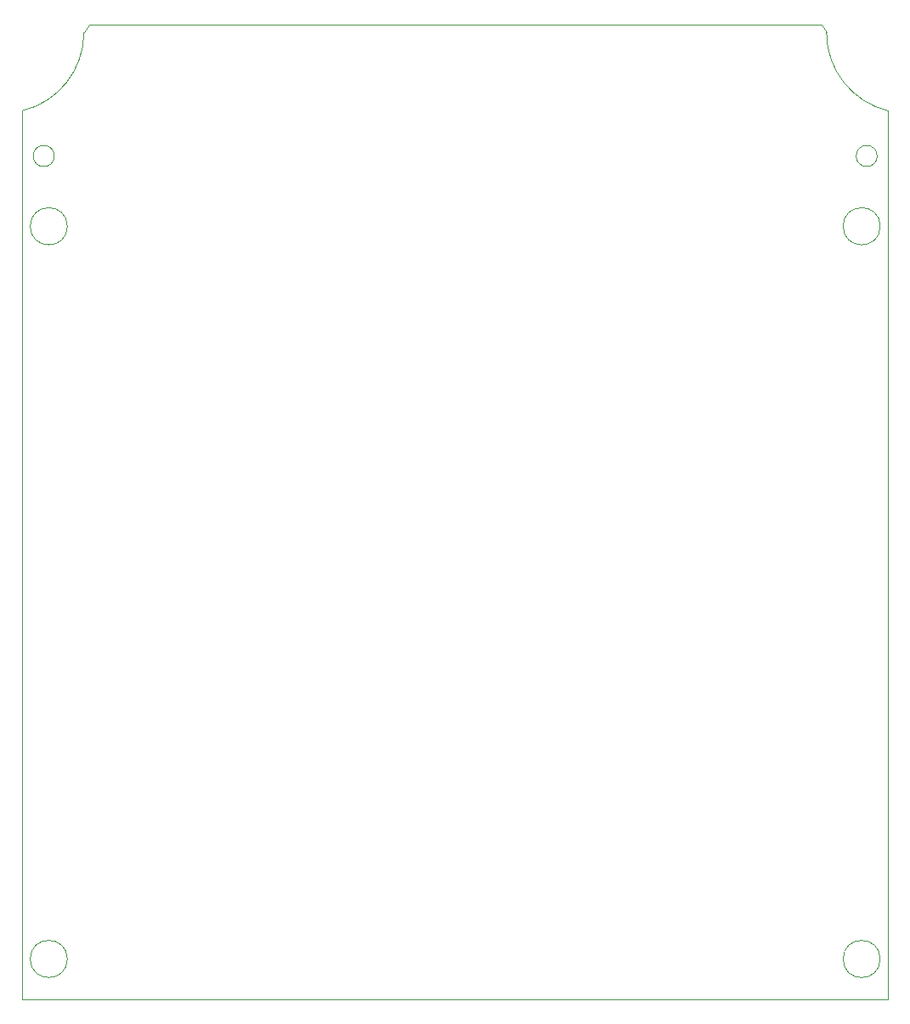
<source format=gko>
G04 #@! TF.GenerationSoftware,KiCad,Pcbnew,7.0.7-7.0.7~ubuntu22.04.1*
G04 #@! TF.CreationDate,2023-09-10T15:55:56+00:00*
G04 #@! TF.ProjectId,hellen-112-17,68656c6c-656e-42d3-9131-322d31372e6b,a*
G04 #@! TF.SameCoordinates,Original*
G04 #@! TF.FileFunction,Profile,NP*
%FSLAX46Y46*%
G04 Gerber Fmt 4.6, Leading zero omitted, Abs format (unit mm)*
G04 Created by KiCad (PCBNEW 7.0.7-7.0.7~ubuntu22.04.1) date 2023-09-10 15:55:56*
%MOMM*%
%LPD*%
G01*
G04 APERTURE LIST*
G04 #@! TA.AperFunction,Profile*
%ADD10C,0.100000*%
G04 #@! TD*
G04 APERTURE END LIST*
D10*
X80149999Y96299999D02*
X79649999Y97100000D01*
X4500000Y4000000D02*
G75*
G03*
X4500000Y4000000I-1850000J0D01*
G01*
X3200000Y84000000D02*
G75*
G03*
X3200000Y84000000I-1050000J0D01*
G01*
X80149989Y96299999D02*
G75*
G03*
X86300000Y88500000I8021211J-99D01*
G01*
X4500000Y77000000D02*
G75*
G03*
X4500000Y77000000I-1850000J0D01*
G01*
X79649999Y97100000D02*
X6650001Y97100000D01*
X85500000Y77000000D02*
G75*
G03*
X85500000Y77000000I-1850000J0D01*
G01*
X6650001Y97100000D02*
X6150001Y96299999D01*
X86300000Y0D02*
X86300000Y88500000D01*
X0Y0D02*
X0Y88500000D01*
X85500000Y4000000D02*
G75*
G03*
X85500000Y4000000I-1850000J0D01*
G01*
X86300000Y0D02*
X0Y0D01*
X85200000Y84000000D02*
G75*
G03*
X85200000Y84000000I-1050000J0D01*
G01*
X1Y88499997D02*
G75*
G03*
X6150001Y96299999I-1871371J7800023D01*
G01*
M02*

</source>
